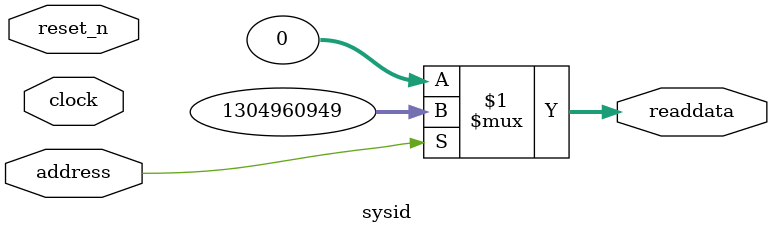
<source format=v>

`timescale 1ns / 1ps
// synthesis translate_on

// turn off superfluous verilog processor warnings 
// altera message_level Level1 
// altera message_off 10034 10035 10036 10037 10230 10240 10030 

module sysid (
               // inputs:
                address,
                clock,
                reset_n,

               // outputs:
                readdata
             )
;

  output  [ 31: 0] readdata;
  input            address;
  input            clock;
  input            reset_n;

  wire    [ 31: 0] readdata;
  //control_slave, which is an e_avalon_slave
  assign readdata = address ? 1304960949 : 0;

endmodule


</source>
